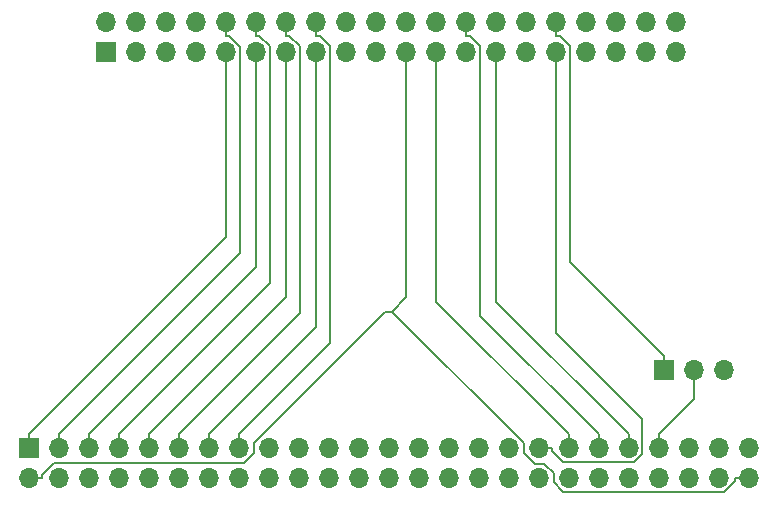
<source format=gbr>
%TF.GenerationSoftware,KiCad,Pcbnew,8.0.5*%
%TF.CreationDate,2024-10-04T15:39:05-04:00*%
%TF.ProjectId,TRS80 Adapter,54525338-3020-4416-9461-707465722e6b,rev?*%
%TF.SameCoordinates,Original*%
%TF.FileFunction,Copper,L2,Bot*%
%TF.FilePolarity,Positive*%
%FSLAX46Y46*%
G04 Gerber Fmt 4.6, Leading zero omitted, Abs format (unit mm)*
G04 Created by KiCad (PCBNEW 8.0.5) date 2024-10-04 15:39:05*
%MOMM*%
%LPD*%
G01*
G04 APERTURE LIST*
%TA.AperFunction,ComponentPad*%
%ADD10R,1.700000X1.700000*%
%TD*%
%TA.AperFunction,ComponentPad*%
%ADD11O,1.700000X1.700000*%
%TD*%
%TA.AperFunction,Conductor*%
%ADD12C,0.200000*%
%TD*%
G04 APERTURE END LIST*
D10*
%TO.P,U1,1,D0*%
%TO.N,/Z80_D0*%
X122966000Y-136652000D03*
D11*
%TO.P,U1,2,GND*%
%TO.N,/GND*%
X122966000Y-139192000D03*
%TO.P,U1,3,D1*%
%TO.N,/Z80_D1*%
X125506000Y-136652000D03*
%TO.P,U1,4*%
%TO.N,N/C*%
X125506000Y-139192000D03*
%TO.P,U1,5,D2*%
%TO.N,/Z80_D2*%
X128046000Y-136652000D03*
%TO.P,U1,6*%
%TO.N,N/C*%
X128046000Y-139192000D03*
%TO.P,U1,7,D3*%
%TO.N,/Z80_D3*%
X130586000Y-136652000D03*
%TO.P,U1,8*%
%TO.N,N/C*%
X130586000Y-139192000D03*
%TO.P,U1,9,D4*%
%TO.N,/Z80_D4*%
X133126000Y-136652000D03*
%TO.P,U1,10*%
%TO.N,N/C*%
X133126000Y-139192000D03*
%TO.P,U1,11,D5*%
%TO.N,/Z80_D5*%
X135666000Y-136652000D03*
%TO.P,U1,12*%
%TO.N,N/C*%
X135666000Y-139192000D03*
%TO.P,U1,13,D6*%
%TO.N,/Z80_D6*%
X138206000Y-136652000D03*
%TO.P,U1,14*%
%TO.N,N/C*%
X138206000Y-139192000D03*
%TO.P,U1,15,D7*%
%TO.N,/Z80_D7*%
X140746000Y-136652000D03*
%TO.P,U1,16*%
%TO.N,N/C*%
X140746000Y-139192000D03*
%TO.P,U1,17,A0*%
%TO.N,/Z80_A0*%
X143286000Y-136652000D03*
%TO.P,U1,18*%
%TO.N,N/C*%
X143286000Y-139192000D03*
%TO.P,U1,19,A1*%
%TO.N,/Z80_A1*%
X145826000Y-136652000D03*
%TO.P,U1,20*%
%TO.N,N/C*%
X145826000Y-139192000D03*
%TO.P,U1,21,A2*%
%TO.N,/Z80_A2*%
X148366000Y-136652000D03*
%TO.P,U1,22*%
%TO.N,N/C*%
X148366000Y-139192000D03*
%TO.P,U1,23,A3*%
%TO.N,/Z80_A3*%
X150906000Y-136652000D03*
%TO.P,U1,24*%
%TO.N,N/C*%
X150906000Y-139192000D03*
%TO.P,U1,25,A4*%
%TO.N,/Z80_A4*%
X153446000Y-136652000D03*
%TO.P,U1,26*%
%TO.N,N/C*%
X153446000Y-139192000D03*
%TO.P,U1,27,A5*%
%TO.N,/Z80_A5*%
X155986000Y-136652000D03*
%TO.P,U1,28*%
%TO.N,N/C*%
X155986000Y-139192000D03*
%TO.P,U1,29,A6*%
%TO.N,/Z80_A6*%
X158526000Y-136652000D03*
%TO.P,U1,30*%
%TO.N,N/C*%
X158526000Y-139192000D03*
%TO.P,U1,31,A7*%
%TO.N,/Z80_A7*%
X161066000Y-136652000D03*
%TO.P,U1,32*%
%TO.N,N/C*%
X161066000Y-139192000D03*
%TO.P,U1,33,IN*%
%TO.N,/RD*%
X163606000Y-136652000D03*
%TO.P,U1,34*%
%TO.N,N/C*%
X163606000Y-139192000D03*
%TO.P,U1,35,OUT*%
%TO.N,/RW*%
X166146000Y-136652000D03*
%TO.P,U1,36*%
%TO.N,N/C*%
X166146000Y-139192000D03*
%TO.P,U1,37,RESET*%
%TO.N,/RESET*%
X168686000Y-136652000D03*
%TO.P,U1,38*%
%TO.N,N/C*%
X168686000Y-139192000D03*
%TO.P,U1,39,IO_BUS_INT*%
%TO.N,/NMI*%
X171226000Y-136652000D03*
%TO.P,U1,40*%
%TO.N,N/C*%
X171226000Y-139192000D03*
%TO.P,U1,41,IO_BUS_WAIT*%
%TO.N,/WAIT*%
X173766000Y-136652000D03*
%TO.P,U1,42*%
%TO.N,N/C*%
X173766000Y-139192000D03*
%TO.P,U1,43,EXT_IO_SEL*%
%TO.N,Net-(J2-Pin_2)*%
X176306000Y-136652000D03*
%TO.P,U1,44*%
%TO.N,N/C*%
X176306000Y-139192000D03*
%TO.P,U1,45*%
X178846000Y-136652000D03*
%TO.P,U1,46*%
X178846000Y-139192000D03*
%TO.P,U1,47,M1*%
%TO.N,unconnected-(U1-M1-Pad47)*%
X181386000Y-136652000D03*
%TO.P,U1,48*%
%TO.N,N/C*%
X181386000Y-139192000D03*
%TO.P,U1,49,IOREQ*%
%TO.N,/IORQ*%
X183926000Y-136652000D03*
%TO.P,U1,50,GND*%
%TO.N,/GND*%
X183926000Y-139192000D03*
%TD*%
D10*
%TO.P,J2,1,Pin_1*%
%TO.N,/RD*%
X176799000Y-130048000D03*
D11*
%TO.P,J2,2,Pin_2*%
%TO.N,Net-(J2-Pin_2)*%
X179339000Y-130048000D03*
%TO.P,J2,3,Pin_3*%
%TO.N,/SPARE1*%
X181879000Y-130048000D03*
%TD*%
D10*
%TO.P,J1,1,Pin_1*%
%TO.N,/Z80_A0*%
X129540000Y-103124000D03*
D11*
%TO.P,J1,2,Pin_2*%
%TO.N,/Z80_A1*%
X129540000Y-100584000D03*
%TO.P,J1,3,Pin_3*%
%TO.N,/Z80_A2*%
X132080000Y-103124000D03*
%TO.P,J1,4,Pin_4*%
%TO.N,/Z80_A3*%
X132080000Y-100584000D03*
%TO.P,J1,5,Pin_5*%
%TO.N,/Z80_A4*%
X134620000Y-103124000D03*
%TO.P,J1,6,Pin_6*%
%TO.N,/Z80_A5*%
X134620000Y-100584000D03*
%TO.P,J1,7,Pin_7*%
%TO.N,/Z80_A6*%
X137160000Y-103124000D03*
%TO.P,J1,8,Pin_8*%
%TO.N,/Z80_A7*%
X137160000Y-100584000D03*
%TO.P,J1,9,Pin_9*%
%TO.N,/Z80_D0*%
X139700000Y-103124000D03*
%TO.P,J1,10,Pin_10*%
%TO.N,/Z80_D1*%
X139700000Y-100584000D03*
%TO.P,J1,11,Pin_11*%
%TO.N,/Z80_D2*%
X142240000Y-103124000D03*
%TO.P,J1,12,Pin_12*%
%TO.N,/Z80_D3*%
X142240000Y-100584000D03*
%TO.P,J1,13,Pin_13*%
%TO.N,/Z80_D4*%
X144780000Y-103124000D03*
%TO.P,J1,14,Pin_14*%
%TO.N,/Z80_D5*%
X144780000Y-100584000D03*
%TO.P,J1,15,Pin_15*%
%TO.N,/Z80_D6*%
X147320000Y-103124000D03*
%TO.P,J1,16,Pin_16*%
%TO.N,/Z80_D7*%
X147320000Y-100584000D03*
%TO.P,J1,17,Pin_17*%
%TO.N,/SPARE1*%
X149860000Y-103124000D03*
%TO.P,J1,18,Pin_18*%
%TO.N,/SPARE2*%
X149860000Y-100584000D03*
%TO.P,J1,19,Pin_19*%
%TO.N,/SPARE3*%
X152400000Y-103124000D03*
%TO.P,J1,20,Pin_20*%
%TO.N,/5V*%
X152400000Y-100584000D03*
%TO.P,J1,21,Pin_21*%
%TO.N,/GND*%
X154940000Y-103124000D03*
%TO.P,J1,22,Pin_22*%
%TO.N,/SPARE4*%
X154940000Y-100584000D03*
%TO.P,J1,23,Pin_23*%
%TO.N,/RESET*%
X157480000Y-103124000D03*
%TO.P,J1,24,Pin_24*%
%TO.N,/BUSACK*%
X157480000Y-100584000D03*
%TO.P,J1,25,Pin_25*%
%TO.N,/ROMCS*%
X160020000Y-103124000D03*
%TO.P,J1,26,Pin_26*%
%TO.N,/NMI*%
X160020000Y-100584000D03*
%TO.P,J1,27,Pin_27*%
%TO.N,/WAIT*%
X162560000Y-103124000D03*
%TO.P,J1,28,Pin_28*%
%TO.N,/BUSRQ*%
X162560000Y-100584000D03*
%TO.P,J1,29,Pin_29*%
%TO.N,/MEMRQ*%
X165100000Y-103124000D03*
%TO.P,J1,30,Pin_30*%
%TO.N,/IORQ*%
X165100000Y-100584000D03*
%TO.P,J1,31,Pin_31*%
%TO.N,/RW*%
X167640000Y-103124000D03*
%TO.P,J1,32,Pin_32*%
%TO.N,/RD*%
X167640000Y-100584000D03*
%TO.P,J1,33,Pin_33*%
%TO.N,/Z80_A8*%
X170180000Y-103124000D03*
%TO.P,J1,34,Pin_34*%
%TO.N,/Z80_A9*%
X170180000Y-100584000D03*
%TO.P,J1,35,Pin_35*%
%TO.N,/Z80_A10*%
X172720000Y-103124000D03*
%TO.P,J1,36,Pin_36*%
%TO.N,/Z80_A11*%
X172720000Y-100584000D03*
%TO.P,J1,37,Pin_37*%
%TO.N,/Z80_A12*%
X175260000Y-103124000D03*
%TO.P,J1,38,Pin_38*%
%TO.N,/Z80_A13*%
X175260000Y-100584000D03*
%TO.P,J1,39,Pin_39*%
%TO.N,/Z80_A14*%
X177800000Y-103124000D03*
%TO.P,J1,40,Pin_40*%
%TO.N,/Z80_A15*%
X177800000Y-100584000D03*
%TD*%
D12*
%TO.N,/WAIT*%
X162560000Y-124294300D02*
X162560000Y-103124000D01*
X173766000Y-135500300D02*
X162560000Y-124294300D01*
X173766000Y-136652000D02*
X173766000Y-135500300D01*
%TO.N,/Z80_D3*%
X142240000Y-100584000D02*
X142240000Y-101735700D01*
X130586000Y-136652000D02*
X130586000Y-135500300D01*
X142240000Y-101735700D02*
X142508500Y-101735700D01*
X142508500Y-101735700D02*
X143415800Y-102643000D01*
X143415800Y-122670500D02*
X130586000Y-135500300D01*
X143415800Y-102643000D02*
X143415800Y-122670500D01*
%TO.N,/RESET*%
X168686000Y-136652000D02*
X168686000Y-135500300D01*
X168686000Y-135500300D02*
X157480000Y-124294300D01*
X157480000Y-124294300D02*
X157480000Y-103124000D01*
%TO.N,/Z80_D1*%
X139968500Y-101735700D02*
X139700000Y-101735700D01*
X140890600Y-120115700D02*
X140890600Y-102657800D01*
X140890600Y-102657800D02*
X139968500Y-101735700D01*
X125506000Y-136652000D02*
X125506000Y-135500300D01*
X139700000Y-100584000D02*
X139700000Y-101735700D01*
X125506000Y-135500300D02*
X140890600Y-120115700D01*
%TO.N,/RW*%
X167297700Y-136920500D02*
X167297700Y-136652000D01*
X167640000Y-126881500D02*
X174923900Y-134165400D01*
X166146000Y-136652000D02*
X167297700Y-136652000D01*
X174923900Y-137138500D02*
X174238300Y-137824100D01*
X174238300Y-137824100D02*
X168201300Y-137824100D01*
X167640000Y-103124000D02*
X167640000Y-126881500D01*
X168201300Y-137824100D02*
X167297700Y-136920500D01*
X174923900Y-134165400D02*
X174923900Y-137138500D01*
%TO.N,/Z80_D5*%
X144780000Y-100584000D02*
X144780000Y-101735700D01*
X145048500Y-101735700D02*
X145932800Y-102620000D01*
X144780000Y-101735700D02*
X145048500Y-101735700D01*
X145932800Y-102620000D02*
X145932800Y-125233500D01*
X145932800Y-125233500D02*
X135666000Y-135500300D01*
X135666000Y-136652000D02*
X135666000Y-135500300D01*
%TO.N,/Z80_D4*%
X144780000Y-123846300D02*
X133126000Y-135500300D01*
X133126000Y-136652000D02*
X133126000Y-135500300D01*
X144780000Y-104275700D02*
X144780000Y-123846300D01*
X144780000Y-103124000D02*
X144780000Y-104275700D01*
%TO.N,/Z80_D6*%
X147320000Y-126386300D02*
X138206000Y-135500300D01*
X147320000Y-103124000D02*
X147320000Y-104275700D01*
X147320000Y-104275700D02*
X147320000Y-126386300D01*
X138206000Y-136652000D02*
X138206000Y-135500300D01*
%TO.N,/RD*%
X176799000Y-130048000D02*
X176799000Y-128896300D01*
X168791700Y-102599400D02*
X168791700Y-120889000D01*
X167928000Y-101735700D02*
X168791700Y-102599400D01*
X167640000Y-100584000D02*
X167640000Y-101735700D01*
X168791700Y-120889000D02*
X176799000Y-128896300D01*
X167640000Y-101735700D02*
X167928000Y-101735700D01*
%TO.N,/Z80_D7*%
X147607900Y-101735700D02*
X148476200Y-102604000D01*
X148476200Y-102604000D02*
X148476200Y-127770100D01*
X140746000Y-136652000D02*
X140746000Y-135500300D01*
X147320000Y-101735700D02*
X147607900Y-101735700D01*
X147320000Y-100584000D02*
X147320000Y-101735700D01*
X148476200Y-127770100D02*
X140746000Y-135500300D01*
%TO.N,/GND*%
X166642200Y-138024100D02*
X167416000Y-138797900D01*
X168202700Y-140356800D02*
X181878000Y-140356800D01*
X154940000Y-123891300D02*
X153721700Y-125109600D01*
X164876000Y-136263900D02*
X164876000Y-137033100D01*
X154940000Y-103124000D02*
X154940000Y-123891300D01*
X142016000Y-136242600D02*
X153149000Y-125109600D01*
X181878000Y-140356800D02*
X182774300Y-139460500D01*
X124117700Y-139192000D02*
X124117700Y-138923500D01*
X142016000Y-137097300D02*
X142016000Y-136242600D01*
X153721700Y-125109600D02*
X164876000Y-136263900D01*
X124117700Y-138923500D02*
X125119200Y-137922000D01*
X167416000Y-138797900D02*
X167416000Y-139570100D01*
X164876000Y-137033100D02*
X165867000Y-138024100D01*
X122966000Y-139192000D02*
X124117700Y-139192000D01*
X182774300Y-139460500D02*
X182774300Y-139192000D01*
X183926000Y-139192000D02*
X182774300Y-139192000D01*
X141191300Y-137922000D02*
X142016000Y-137097300D01*
X153149000Y-125109600D02*
X153721700Y-125109600D01*
X167416000Y-139570100D02*
X168202700Y-140356800D01*
X125119200Y-137922000D02*
X141191300Y-137922000D01*
X165867000Y-138024100D02*
X166642200Y-138024100D01*
%TO.N,/Z80_D0*%
X139700000Y-118766300D02*
X122966000Y-135500300D01*
X139700000Y-103124000D02*
X139700000Y-118766300D01*
X122966000Y-136652000D02*
X122966000Y-135500300D01*
%TO.N,/Z80_D2*%
X142240000Y-103124000D02*
X142240000Y-121306300D01*
X128046000Y-136652000D02*
X128046000Y-135500300D01*
X142240000Y-121306300D02*
X128046000Y-135500300D01*
%TO.N,/NMI*%
X160020000Y-101735700D02*
X160308000Y-101735700D01*
X161171700Y-125446000D02*
X171226000Y-135500300D01*
X171226000Y-136652000D02*
X171226000Y-135500300D01*
X160020000Y-100584000D02*
X160020000Y-101735700D01*
X160308000Y-101735700D02*
X161171700Y-102599400D01*
X161171700Y-102599400D02*
X161171700Y-125446000D01*
%TO.N,Net-(J2-Pin_2)*%
X179339000Y-132467300D02*
X176306000Y-135500300D01*
X179339000Y-130048000D02*
X179339000Y-132467300D01*
X176306000Y-136652000D02*
X176306000Y-135500300D01*
%TD*%
M02*

</source>
